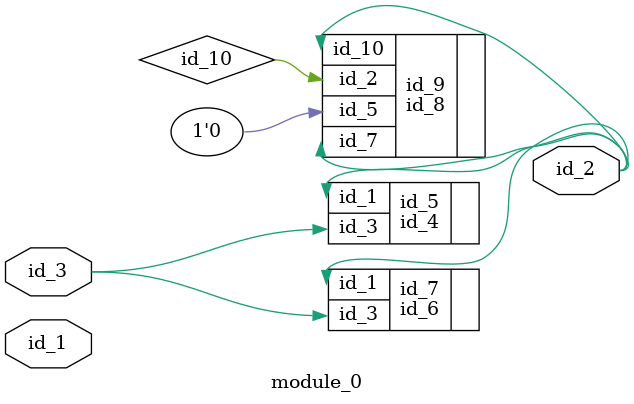
<source format=v>
module module_0 (
    id_1,
    id_2,
    id_3
);
  input id_3;
  output id_2;
  input id_1;
  id_4 id_5 (
      .id_1(id_3),
      .id_1(id_2),
      .id_3(id_3)
  );
  id_6 id_7 (
      .id_3(id_3),
      .id_1(id_2)
  );
  id_8 id_9 (
      .id_2 (id_10),
      .id_7 (id_7),
      .id_5 (1'd0),
      .id_10(id_2),
      .id_7 (1),
      .id_7 (id_2)
  );
endmodule

</source>
